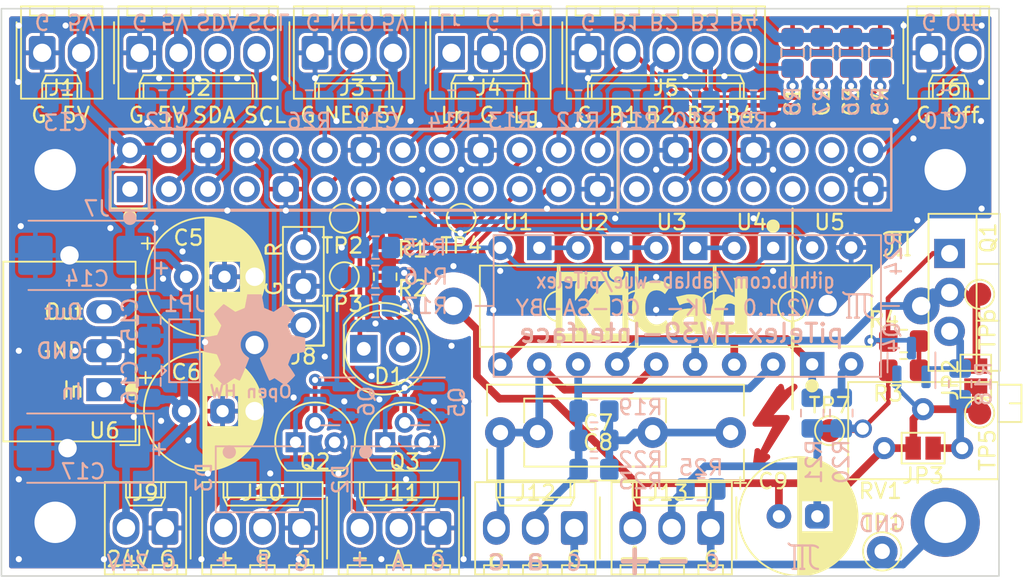
<source format=kicad_pcb>
(kicad_pcb (version 20211014) (generator pcbnew)
  (title_block (title "piTelex TW39-Interface for RPi") (date "2023-02-07") (rev "V2.1.0 -JK-") (company "https://github.com/fablab-wue/piTelex") (comment 1 "CC-SA-BY"))
  (layers (0 "F.Cu" signal) (31 "B.Cu" signal) (34 "B.Paste" user) (35 "F.Paste" user) (36 "B.SilkS" user "B.Silkscreen") (37 "F.SilkS" user "F.Silkscreen") (38 "B.Mask" user) (39 "F.Mask" user) (44 "Edge.Cuts" user))
  (net 0 "")
  (net 1 "GNDD")
  (net 2 "TXD")
  (net 3 "RXD")
  (net 4 "+5V")
  (net 5 "BTN1")
  (net 6 "BTN2")
  (net 7 "BTN3")
  (net 8 "BTN4")
  (net 9 "I2C_SDA")
  (net 10 "I2C_SCL")
  (net 11 "DEB_TXD")
  (net 12 "DEB_RXD")
  (net 13 "NEO")
  (net 14 "LED_R")
  (net 15 "LED_G")
  (net 16 "AUX")
  (net 17 "OFF")
  (net 18 "AUX_OUT")
  (net 19 "POL")
  (net 20 "VSS")
  (net 21 "VDD")
  (net 22 "a")
  (net 23 "c")
  (net 24 "+24V")
  (net 25 "POW_OUT")
  (net 26 "/VSS2")
  (net 27 "POW")
  (net 28 "Net-(U2-Pad2)")
  (net 29 "Net-(U4-Pad2)")
  (net 30 "Net-(C3-Pad1)")
  (net 31 "VDD0")
  (net 32 "Net-(RV1-Pad3)")
  (net 33 "+3.3V")
  (net 35 "VRR")
  (net 36 "Net-(Q6-Pad1)")
  (net 37 "Net-(C1-Pad1)")
  (net 38 "Net-(C2-Pad1)")
  (net 39 "Net-(C4-Pad1)")
  (net 40 "Net-(C7-Pad1)")
  (net 41 "Net-(R2-Pad1)")
  (net 42 "Net-(J4-Pad1)")
  (net 43 "Net-(J4-Pad3)")
  (net 54 "Net-(Q4-Pad3)")
  (net 55 "Net-(Q4-Pad1)")
  (net 56 "Net-(Q3-Pad2)")
  (net 57 "Net-(R3-Pad1)")
  (net 58 "Net-(U4-Pad1)")
  (net 59 "Net-(U5-Pad2)")
  (footprint "Connector_Molex:Molex_KK-254_AE-6410-03A_1x03_P2.54mm_Vertical" (layer "F.Cu") (at 119.546 126.868 180)
    (fp_text reference "J10")
    (fp_text value "Screw_Terminal_01x03" hide)
  )
  (footprint "Connector_Molex:Molex_KK-254_AE-6410-04A_1x04_P2.54mm_Vertical" (layer "F.Cu") (at 109.005 95.88)
    (fp_text reference "J2")
    (fp_text value "Screw_Terminal_01x04" hide)
  )
  (footprint "Potentiometer_THT:Potentiometer_Bourns_3299Z_Horizontal" (layer "F.Cu") (at 157.519 121.661 180)
    (fp_text reference "RV1")
    (fp_text value "10")
  )
  (footprint "Converter_DCDC:Converter_DCDC_RECOM_R-78E-0.5_THT" (layer "F.Cu") (at 106.68 117.851 90)
    (fp_text reference "U6")
    (fp_text value "R-78C5.0-1.0")
  )
  (footprint "Capacitor_THT:C_Rect_L16.5mm_W6.0mm_P15.00mm_MKT" (layer "F.Cu") (at 147.5127 120.645 180)
    (fp_text reference "C8")
    (fp_text value "100n X2 275...305V~")
  )
  (footprint "TestPoint:TestPoint_Pad_D1.5mm" (layer "F.Cu") (at 129.96 106.675)
    (fp_text reference "TP4")
    (fp_text value "TestPoint" hide)
  )
  (footprint "Capacitor_SMD:C_0805_2012Metric_Pad1.18x1.45mm_HandSolder" (layer "F.Cu") (at 155.36 95.88 90)
    (fp_text reference "C3")
    (fp_text value "100n")
  )
  (footprint "Connector_Molex:Molex_KK-254_AE-6410-02A_1x02_P2.54mm_Vertical" (layer "F.Cu") (at 110.656 126.868 180)
    (fp_text reference "J9")
    (fp_text value "Screw_Terminal_01x02" hide)
  )
  (footprint "Capacitor_THT:CP_Radial_D7.5mm_P2.50mm" (layer "F.Cu") (at 150.661 126.106)
    (fp_text reference "C9")
    (fp_text value "33u")
  )
  (footprint "TestPoint:TestPoint_Pad_D1.5mm" (layer "F.Cu") (at 122.34 110.485)
    (fp_text reference "TP3")
    (fp_text value "TestPoint" hide)
  )
  (footprint "Connector_Molex:Molex_KK-254_AE-6410-03A_1x03_P2.54mm_Vertical" (layer "F.Cu") (at 128.436 126.868 180)
    (fp_text reference "J11")
    (fp_text value "Screw_Terminal_01x03" hide)
  )
  (footprint "TestPoint:TestPoint_Pad_D1.5mm" (layer "F.Cu") (at 163.742 111.628)
    (fp_text reference "TP6")
    (fp_text value "TestPoint" hide)
  )
  (footprint "Connector_Molex:Molex_KK-254_AE-6410-02A_1x02_P2.54mm_Vertical" (layer "F.Cu") (at 102.655 95.88)
    (fp_text reference "J1")
    (fp_text value "Screw_Terminal_01x02" hide)
  )
  (footprint "Symbol:KiCad-Logo_5mm_SilkScreen" (layer "F.Cu") (at 142.406 112.771)
    (fp_text reference "KiCAD Logo" hide)
    (fp_text value "KiCad-Logo_5mm_SilkScreen" hide)
  )
  (footprint "Capacitor_SMD:C_0805_2012Metric_Pad1.18x1.45mm_HandSolder" (layer "F.Cu") (at 153.455 95.88 90)
    (fp_text reference "C2")
    (fp_text value "100n")
  )
  (footprint "Package_DIP:DIP-4_W7.62mm" (layer "F.Cu") (at 150.285 108.5977 -90)
    (fp_text reference "U4")
    (fp_text value "TLP627")
  )
  (footprint "MountingHole:MountingHole_2.7mm_M2.5_ISO7380_Pad" (layer "F.Cu") (at 103.5 126.5)
    (fp_text reference "H3" hide)
    (fp_text value "MountingHole_Pad" hide)
  )
  (footprint "TestPoint:TestPoint_Pad_D1.5mm" (layer "F.Cu") (at 122.34 106.675)
    (fp_text reference "TP2")
    (fp_text value "TestPoint" hide)
  )
  (footprint "Resistor_SMD:R_0805_2012Metric_Pad1.20x1.40mm_HandSolder" (layer "F.Cu") (at 126.785 107.31)
    (fp_text reference "R1")
    (fp_text value "3k3")
  )
  (footprint "Connector_Molex:Molex_KK-254_AE-6410-03A_1x03_P2.54mm_Vertical" (layer "F.Cu") (at 120.435 95.88)
    (fp_text reference "J3")
    (fp_text value "Screw_Terminal_01x03" hide)
  )
  (footprint "Connector_Molex:Molex_KK-254_AE-6410-03A_1x03_P2.54mm_Vertical" (layer "F.Cu") (at 146.216 126.868 180)
    (fp_text reference "J13")
    (fp_text value "Screw_Terminal_01x03" hide)
  )
  (footprint "Connector_Pin:Pin_D1.0mm_L10.0mm" (layer "F.Cu") (at 157.392 128.392)
    (fp_text reference "TP1")
    (fp_text value "TestPoint" hide)
  )
  (footprint "Capacitor_THT:CP_Radial_D7.5mm_P2.50mm" (layer "F.Cu") (at 112.034606 110.485)
    (fp_text reference "C5")
    (fp_text value "100u 6.3V")
  )
  (footprint "Connector_Molex:Molex_KK-254_AE-6410-03A_1x03_P2.54mm_Vertical" (layer "F.Cu") (at 129.325 95.88)
    (fp_text reference "J4")
    (fp_text value "Screw_Terminal_01x03" hide)
  )
  (footprint "Connector_Molex:Molex_KK-254_AE-6410-05A_1x05_P2.54mm_Vertical" (layer "F.Cu") (at 138.215 95.88)
    (fp_text reference "J5")
    (fp_text value "Screw_Terminal_01x05" hide)
  )
  (footprint "Capacitor_THT:C_Rect_L9.0mm_W4.2mm_P7.50mm_MKT" (layer "F.Cu") (at 142.4327 120.645 180)
    (fp_text reference "C7")
    (fp_text value "*")
  )
  (footprint "Connector_Molex:Molex_KK-254_AE-6410-02A_1x02_P2.54mm_Vertical" (layer "F.Cu") (at 160.44 95.88)
    (fp_text reference "J6")
    (fp_text value "Screw_Terminal_01x02" hide)
  )
  (footprint "Package_TO_SOT_THT:TO-92" (layer "F.Cu") (at 125.007 121.28)
    (fp_text reference "Q3")
    (fp_text value "*BC338")
  )
  (footprint "MountingHole:MountingHole_2.7mm_M2.5_ISO7380_Pad" (layer "F.Cu") (at 161.5 103.5)
    (fp_text reference "H2" hide)
    (fp_text value "MountingHole_Pad" hide)
  )
  (footprint "Resistor_SMD:R_0805_2012Metric_Pad1.20x1.40mm_HandSolder" (layer "F.Cu") (at 158.789 116.581)
    (fp_text reference "R4")
    (fp_text value "10k")
  )
  (footprint "MountingHole:MountingHole_2.7mm_M2.5_ISO7380_Pad" (layer "F.Cu") (at 161.5 126.5)
    (fp_text reference "H4" hide)
    (fp_text value "MountingHole_Pad" hide)
  )
  (footprint "Connector_PinHeader_2.54mm:PinHeader_1x03_P2.54mm_Vertical" (layer "F.Cu") (at 119.673 113.645 180)
    (fp_text reference "J8")
    (fp_text value "Conn_01x03_Male" hide)
  )
  (footprint "Package_DIP:DIP-4_W7.62mm" (layer "F.Cu") (at 152.8277 116.195 90)
    (fp_text reference "U5")
    (fp_text value "PC817")
  )
  (footprint "TestPoint:TestPoint_Pad_D1.5mm" (layer "F.Cu") (at 163.742 119.375)
    (fp_text reference "TP5")
    (fp_text value "TestPoint" hide)
  )
  (footprint "Resistor_SMD:R_0805_2012Metric_Pad1.20x1.40mm_HandSolder" (layer "F.Cu") (at 125.007 110.485 90)
    (fp_text reference "R2")
    (fp_text value "3k3")
  )
  (footprint "MountingHole:MountingHole_2.7mm_M2.5_ISO7380_Pad" (layer "F.Cu") (at 103.5 103.5)
    (fp_text reference "H1" hide)
    (fp_text value "MountingHole_Pad" hide)
  )
  (footprint "Jumper:SolderJumper-2_P1.3mm_Open_Pad1.0x1.5mm" (layer "F.Cu") (at 160.059 121.661 180)
    (fp_text reference "JP3")
    (fp_text value "SolderJumper_2_Open" hide)
  )
  (footprint "Resistor_SMD:R_0805_2012Metric_Pad1.20x1.40mm_HandSolder" (layer "F.Cu") (at 158.789 114.676 180)
    (fp_text reference "R3")
    (fp_text value "10k")
  )
  (footprint "LED_THT:LED_D5.0mm" (layer "F.Cu") (at 123.61 115.184)
    (fp_text reference "D1")
    (fp_text value "LED")
  )
  (footprint "Package_TO_SOT_THT:TO-92" (layer "F.Cu") (at 119.165 121.28)
    (fp_text reference "Q2")
    (fp_text value "*BC338")
  )
  (footprint "Connector_Molex:Molex_KK-254_AE-6410-03A_1x03_P2.54mm_Vertical" (layer "F.Cu") (at 137.326 126.868 180)
    (fp_text reference "J12")
    (fp_text value "Screw_Terminal_01x03" hide)
  )
  (footprint "Capacitor_SMD:C_0805_2012Metric_Pad1.18x1.45mm_HandSolder" (layer "F.Cu") (at 151.55 95.88 90)
    (fp_text reference "C1")
    (fp_text value "100n")
  )
  (footprint "Capacitor_THT:CP_Radial_D7.5mm_P2.50mm" (layer "F.Cu") (at 111.907606 119.248)
    (fp_text reference "C6")
    (fp_text value "33u 35V")
  )
  (footprint "Symbol:Symbol_Highvoltage_Type1_CopperTop_Small" (layer "F.Cu") (at 149.518 120.8355)
    (fp_text reference "KiCAD Logo" hide)
    (fp_text value "Symbol_Highvoltage_Type1_CopperTop_Small" hide)
  )
  (footprint "Package_DIP:DIP-4_W7.62mm" (layer "F.Cu") (at 140.12 108.5877 -90)
    (fp_text reference "U2")
    (fp_text value "TLP627")
  )
  (footprint "Package_DIP:DIP-4_W7.62mm" (layer "F.Cu") (at 145.205 108.5977 -90)
    (fp_text reference "U3")
    (fp_text value "TLP627")
  )
  (footprint "Package_TO_SOT_THT:TO-220-3_Vertical" (layer "F.Cu") (at 161.781 108.961 -90)
    (fp_text reference "Q1")
    (fp_text value "TIP42C")
  )
  (footprint "TestPoint:TestPoint_Pad_D1.5mm" (layer "F.Cu") (at 153.963 120.518)
    (fp_text reference "TP7")
    (fp_text value "TestPoint" hide)
  )
  (footprint "Package_DIP:DIP-4_W7.62mm" (layer "F.Cu") (at 135.045 108.5977 -90)
    (fp_text reference "U1")
    (fp_text value "TLP627")
  )
  (footprint "Jumper:SolderJumper-2_P1.3mm_Open_Pad1.0x1.5mm" (layer "F.Cu") (at 163.488 116.962 -90)
    (fp_text reference "JP2")
    (fp_text value "SolderJumper_2_Open" hide)
  )
  (footprint "Capacitor_SMD:C_0805_2012Metric_Pad1.18x1.45mm_HandSolder" (layer "F.Cu") (at 157.265 95.88 90)
    (fp_text reference "C4")
    (fp_text value "100n")
  )
  (footprint "Resistor_SMD:R_0805_2012Metric_Pad1.20x1.40mm_HandSolder" (layer "B.Cu") (at 155.36 95.88 90)
    (fp_text reference "R6")
    (fp_text value "1k")
  )
  (footprint "Diode_SMD:D_SMB" (layer "B.Cu") (at 117.514 123.693)
    (fp_text reference "D3")
    (fp_text value "1N4007")
  )
  (footprint "Resistor_SMD:R_0805_2012Metric_Pad1.20x1.40mm_HandSolder" (layer "B.Cu") (at 124.372 108.58)
    (fp_text reference "R15")
    (fp_text value "100")
  )
  (footprint "Resistor_SMD:R_0805_2012Metric_Pad1.20x1.40mm_HandSolder" (layer "B.Cu") (at 133.135 99.055 180)
    (fp_text reference "R13")
    (fp_text value "330")
  )
  (footprint "Capacitor_SMD:C_0805_2012Metric_Pad1.18x1.45mm_HandSolder" (layer "B.Cu") (at 109.64 113.3005 -90)
    (fp_text reference "C15")
    (fp_text value "100n")
  )
  (footprint "Capacitor_SMD:C_0805_2012Metric_Pad1.18x1.45mm_HandSolder" (layer "B.Cu") (at 124.499 99.055 180)
    (fp_text reference "C11")
    (fp_text value "100n")
  )
  (footprint "Resistor_SMD:R_0805_2012Metric_Pad1.20x1.40mm_HandSolder" (layer "B.Cu") (at 145.581 124.328 180)
    (fp_text reference "R25")
    (fp_text value "*100")
  )
  (footprint "Resistor_SMD:R_0805_2012Metric_Pad1.20x1.40mm_HandSolder" (layer "B.Cu") (at 151.55 95.88 90)
    (fp_text reference "R8")
    (fp_text value "1k")
  )
  (footprint "Resistor_SMD:R_0805_2012Metric_Pad1.20x1.40mm_HandSolder" (layer "B.Cu") (at 120.054 99.055)
    (fp_text reference "R26")
    (fp_text value "3k3")
  )
  (footprint "Resistor_SMD:R_0805_2012Metric_Pad1.20x1.40mm_HandSolder" (layer "B.Cu") (at 138.6087 121.153 180)
    (fp_text reference "R22")
    (fp_text value "330")
  )
  (footprint "Capacitor_Tantalum_SMD:CP_EIA-7343-31_Kemet-D_Pad2.25x2.55mm_HandSolder" (layer "B.Cu") (at 105.322 121.661 180)
    (fp_text reference "C17")
    (fp_text value "33u 35V")
  )
  (footprint "Capacitor_SMD:C_0805_2012Metric_Pad1.18x1.45mm_HandSolder" (layer "B.Cu") (at 104.179 99.055 180)
    (fp_text reference "C13")
    (fp_text value "100n")
  )
  (footprint "Package_TO_SOT_SMD:SOT-23" (layer "B.Cu") (at 127.2145 118.613 180)
    (fp_text reference "Q5")
    (fp_text value "BC817")
  )
  (footprint "Resistor_SMD:R_0805_2012Metric_Pad1.20x1.40mm_HandSolder" (layer "B.Cu") (at 157.265 95.88 90)
    (fp_text reference "R5")
    (fp_text value "1k")
  )
  (footprint "Capacitor_SMD:C_0805_2012Metric_Pad1.18x1.45mm_HandSolder" (layer "B.Cu") (at 109.64 117.343 90)
    (fp_text reference "C16")
    (fp_text value "100n")
  )
  (footprint "Package_TO_SOT_SMD:SOT-23" (layer "B.Cu") (at 121.3725 118.613 180)
    (fp_text reference "Q6")
    (fp_text value "BC817")
  )
  (footprint "Resistor_SMD:R_0805_2012Metric_Pad1.20x1.40mm_HandSolder" (layer "B.Cu") (at 162.472 117.47 -90)
    (fp_text reference "R18")
    (fp_text value "10")
  )
  (footprint "Resistor_SMD:R_0805_2012Metric_Pad1.20x1.40mm_HandSolder" (layer "B.Cu") (at 154.725 119.375 -90)
    (fp_text reference "R20")
    (fp_text value "68R")
  )
  (footprint "Capacitor_SMD:C_0805_2012Metric_Pad1.18x1.45mm_HandSolder" (layer "B.Cu") (at 110.529 99.055 180)
    (fp_text reference "C12")
    (fp_text value "100n")
  )
  (footprint "Connector_PinSocket_2.54mm:PinSocket_2x20_P2.54mm_Vertical" (layer "B.Cu") (at 108.37 104.77 -90)
    (fp_text reference "J7")
    (fp_text value "Raspberry_Pi_2_3")
  )
  (footprint "Jumper:SolderJumper-3_P1.3mm_Open_Pad1.0x1.5mm" (layer "B.Cu") (at 111.926 115.311 90)
    (fp_text reference "JP1")
    (fp_text value "SolderJumper_3_Open" hide)
  )
  (footprint "Package_TO_SOT_SMD:SOT-23" (layer "B.Cu") (at 159.297 116.073 90)
    (fp_text reference "Q4")
    (fp_text value "BC807")
  )
  (footprint "Symbol:OSHW-Symbol_6.7x6mm_SilkScreen" (layer "B.Cu") (at 116.498 114.607948 180)
    (fp_text reference "REF**" hide)
    (fp_text value "OSHW-Symbol_6.7x6mm_SilkScreen" hide)
  )
  (footprint "Resistor_SMD:R_0805_2012Metric_Pad1.20x1.40mm_HandSolder" (layer "B.Cu") (at 124.372 110.485 180)
    (fp_text reference "R16")
    (fp_text value "3K3")
  )
  (footprint "Resistor_SMD:R_0805_2012Metric_Pad1.20x1.40mm_HandSolder" (layer "B.Cu") (at 141.39 99.055 180)
    (fp_text reference "R11")
    (fp_text value "3K3")
  )
  (footprint "Resistor_SMD:R_0805_2012Metric_Pad1.20x1.40mm_HandSolder" (layer "B.Cu") (at 124.372 112.39 180)
    (fp_text reference "R17")
    (fp_text value "3K3")
  )
  (footprint "Resistor_SMD:R_0805_2012Metric_Pad1.20x1.40mm_HandSolder" (layer "B.Cu") (at 129.325 99.055)
    (fp_text reference "R14")
    (fp_text value "330")
  )
  (footprint "Resistor_SMD:R_0805_2012Metric_Pad1.20x1.40mm_HandSolder" (layer "B.Cu") (at 137.58 99.055 180)
    (fp_text reference "R12")
    (fp_text value "3K3")
  )
  (footprint "Resistor_THT:R_Axial_Power_L25.0mm_W9.0mm_P30.48mm" (layer "B.Cu") (at 159.932 112.39 180)
    (fp_text reference "R24")
    (fp_text value "*1K 5W")
  )
  (footprint "Resistor_SMD:R_0805_2012Metric_Pad1.20x1.40mm_HandSolder" (layer "B.Cu") (at 138.6087 123.058 180)
    (fp_text reference "R23")
    (fp_text value "330")
  )
  (footprint "Resistor_SMD:R_0805_2012Metric_Pad1.20x1.40mm_HandSolder" (layer "B.Cu") (at 138.6087 119.248 180)
    (fp_text reference "R19")
    (fp_text value "330")
  )
  (footprint "Capacitor_Tantalum_SMD:CP_EIA-7343-31_Kemet-D_Pad2.25x2.55mm_HandSolder" (layer "B.Cu") (at 105.41 109.088 180)
    (fp_text reference "C14")
    (fp_text value "100u 6.3V")
  )
  (footprint "Diode_SMD:D_SMB" (layer "B.Cu") (at 126.365 123.693)
    (fp_text reference "D2")
    (fp_text value "1N4007")
  )
  (footprint "Resistor_SMD:R_0805_2012Metric_Pad1.20x1.40mm_HandSolder" (layer "B.Cu") (at 145.2 99.055 180)
    (fp_text reference "R10")
    (fp_text value "3K3")
  )
  (footprint "Resistor_SMD:R_0805_2012Metric_Pad1.20x1.40mm_HandSolder" (layer "B.Cu") (at 152.8327 119.375 -90)
    (fp_text reference "R21")
    (fp_text value "68R")
  )
  (footprint "Capacitor_SMD:C_0805_2012Metric_Pad1.18x1.45mm_HandSolder" (layer "B.Cu") (at 161.5225 99.055)
    (fp_text reference "C10")
    (fp_text value "100n")
  )
  (footprint "Resistor_SMD:R_0805_2012Metric_Pad1.20x1.40mm_HandSolder" (layer "B.Cu") (at 149.01 99.055 180)
    (fp_text reference "R9")
    (fp_text value "3K3")
  )
  (footprint "Resistor_SMD:R_0805_2012Metric_Pad1.20x1.40mm_HandSolder" (layer "B.Cu") (at 153.455 95.88 90)
    (fp_text reference "R7")
    (fp_text value "1k")
  )
  (gr_line (start 152.058 129.535) (end 152.312 129.535) (layer "B.SilkS") (width 0.15))
  (gr_line (start 151.55 128.011) (end 152.82 128.011) (layer "B.SilkS") (width 0.15))
  (gr_circle (center 114.847 121.915) (end 114.48779 121.915) (layer "B.SilkS") (width 0.15) (fill solid))
  (gr_line (start 140.208 100.838) (end 140.208 106.045) (layer "B.SilkS") (width 0.15))
  (gr_line (start 155.614 113.152) (end 155.868 113.152) (layer "B.SilkS") (width 0.15))
  (gr_rect (start 107.061 100.838) (end 157.988 106.172) (layer "B.SilkS") (width 0.15) (fill none))
  (gr_line (start 155.106 111.628) (end 156.376 111.628) (layer "B.SilkS") (width 0.15))
  (gr_arc (start 152.82 128.011) (mid 153.021338 128.041985) (end 153.201 128.138) (layer "B.SilkS") (width 0.15))
  (gr_circle (center 123.737 121.915) (end 123.37779 121.915) (layer "B.SilkS") (width 0.15) (fill solid))
  (gr_arc (start 155.106 111.628) (mid 154.96346 111.595579) (end 154.852 111.501) (layer "B.SilkS") (width 0.15))
  (gr_arc (start 156.376 111.628) (mid 156.577338 111.658985) (end 156.757 111.755) (layer "B.SilkS") (width 0.15))
  (gr_arc (start 151.55 128.011) (mid 151.40746 127.978579) (end 151.296 127.884) (layer "B.SilkS") (width 0.15))
  (gr_line (start 155.106 113.152) (end 155.36 113.152) (layer "B.SilkS") (width 0.15))
  (gr_line (start 107.061 103.505) (end 109.601 103.505) (layer "B.SilkS") (width 0.15))
  (gr_arc (start 153.201 129.535) (mid 152.84179 129.38621) (end 152.693 129.027) (layer "B.SilkS") (width 0.15))
  (gr_line (start 152.693 128.011) (end 152.693 129.027) (layer "B.SilkS") (width 0.15))
  (gr_line (start 151.55 129.535) (end 151.804 129.535) (layer "B.SilkS") (width 0.15))
  (gr_line (start 140.208 100.838) (end 140.208 106.045) (layer "B.SilkS") (width 0.15))
  (gr_arc (start 156.757 113.152) (mid 156.39779 113.00321) (end 156.249 112.644) (layer "B.SilkS") (width 0.15))
  (gr_line (start 156.249 111.628) (end 156.249 112.644) (layer "B.SilkS") (width 0.15))
  (gr_line (start 152.185 129.535) (end 152.185 128.011) (layer "B.SilkS") (width 0.15))
  (gr_line (start 151.677 129.535) (end 151.677 128.011) (layer "B.SilkS") (width 0.15))
  (gr_circle (center 108.37 106.675) (end 108.01079 106.675) (layer "B.SilkS") (width 0.15) (fill solid))
  (gr_line (start 155.233 113.152) (end 155.233 111.628) (layer "B.SilkS") (width 0.15))
  (gr_line (start 109.601 103.505) (end 109.601 106.172) (layer "B.SilkS") (width 0.15))
  (gr_line (start 155.741 113.152) (end 155.741 111.628) (layer "B.SilkS") (width 0.15))
  (gr_line (start 157.9 107.564) (end 159.17 107.564) (layer "F.SilkS") (width 0.15))
  (gr_circle (center 108.497 117.851) (end 108.85621 117.851) (layer "F.SilkS") (width 0.15) (fill solid))
  (gr_arc (start 157.519 107.691) (mid 157.698662 107.594985) (end 157.9 107.564) (layer "F.SilkS") (width 0.15))
  (gr_line (start 140.1572 100.7364) (end 140.1572 106.2736) (layer "F.SilkS") (width 0.15))
  (gr_line (start 158.408 109.088) (end 158.662 109.088) (layer "F.SilkS") (width 0.15))
  (gr_line (start 159.043 107.564) (end 159.043 109.088) (layer "F.SilkS") (width 0.15))
  (gr_line (start 158.027 108.58) (end 158.027 107.564) (layer "F.SilkS") (width 0.15))
  (gr_rect (start 107.1 103.5) (end 109.64 106.04) (layer "F.SilkS") (width 0.15) (fill none))
  (gr_rect (start 118.343 112.375) (end 121.003 114.975) (layer "F.SilkS") (width 0.15) (fill none))
  (gr_line (start 158.916 109.088) (end 159.17 109.088) (layer "F.SilkS") (width 0.15))
  (gr_circle (center 152.82 117.597) (end 153.17921 117.597) (layer "F.SilkS") (width 0.15) (fill solid))
  (gr_line (start 158.535 107.564) (end 158.535 109.088) (layer "F.SilkS") (width 0.15))
  (gr_circle (center 150.28 107.183) (end 150.63921 107.183) (layer "F.SilkS") (width 0.15) (fill solid))
  (gr_line (start 151.55 106.04) (end 151.55 119.121) (layer "F.SilkS") (width 0.15))
  (gr_arc (start 158.027 108.58) (mid 157.87821 108.93921) (end 157.519 109.088) (layer "F.SilkS") (width 0.15))
  (gr_arc (start 159.424 107.437) (mid 159.31254 107.531579) (end 159.17 107.564) (layer "F.SilkS") (width 0.15))
  (gr_circle (center 108.37 106.548) (end 108.72921 106.548) (layer "F.SilkS") (width 0.15) (fill solid))
  (gr_rect locked (start 100 93) (end 165 130) (layer "Edge.Cuts") (width 0.1) (fill none))
  (gr_text "G" (at 146.343 129.154) (layer "B.SilkS") (effects (font (size 1 1)) (justify mirror)))
  (gr_text "+" (at 114.466 128.9) (layer "B.SilkS") (effects (font (size 1 1)) (justify mirror)))
  (gr_text "G" (at 120.308 93.848 180) (layer "B.SilkS") (effects (font (size 1 1)) (justify mirror)))
  (gr_text "P" (at 117.006 129.154) (layer "B.SilkS") (effects (font (size 1 1)) (justify mirror)))
  (gr_text "G" (at 160.44 93.848 180) (layer "B.SilkS") (effects (font (size 1 1)) (justify mirror)))
  (gr_text "SDA" (at 114.085 93.848 180) (layer "B.SilkS") (effects (font (size 1 1)) (justify mirror)))
  (gr_text "GND" (at 103.798 115.311) (layer "B.SilkS") (effects (font (size 1 1)) (justify mirror)))
  (gr_text "G" (at 110.91 129.154) (layer "B.SilkS") (effects (font (size 1 1)) (justify mirror)))
  (gr_text "G" (at 102.655 93.848 180) (layer "B.SilkS") (effects (font (size 1 1)) (justify mirror)))
  (gr_text "github.com/fablab-wue/piTelex" (at 144.565 110.739) (layer "B.SilkS") (effects (font (size 1 0.8)) (justify mirror)))
  (gr_text "GND" (at 157.392 126.614) (layer "B.SilkS") (effects (font (size 1 1)) (justify mirror)))
  (gr_text "Open HW" (at 116.244 117.978) (layer "B.SilkS") (effects (font (size 0.8 0.8)) (justify mirror)))
  (gr_text "a" (at 134.786 128.9) (layer "B.SilkS") (effects (font (size 1.4 1.4) (thickness 0.2)) (justify mirror)))
  (gr_text "In" (at 104.56 117.978) (layer "B.SilkS") (effects (font (size 1 1)) (justify mirror)))
  (gr_text "5V" (at 125.642 93.848 180) (layer "B.SilkS") (effects (font (size 1 1)) (justify mirror)))
  (gr_text "G" (at 119.546 129.154) (layer "B.SilkS") (effects (font (size 1 1)) (justify mirror)))
  (gr_text "NEO" (at 122.848 93.848 180) (layer "B.SilkS") (effects (font (size 1 1)) (justify mirror)))
  (gr_text "c" (at 132.246 128.9) (layer "B.SilkS") (effects (font (size 1.4 1.4) (thickness 0.2)) (justify mirror)))
  (gr_text "piTelex TW39-Interface" (at 144.311 114.168) (layer "B.SilkS") (effects (font (size 1.2 1.2) (thickness 0.2)) (justify mirror)))
  (gr_text "G" (at 137.326 129.154) (layer "B.SilkS") (effects (font (size 1 1)) (justify mirror)))
  (gr_text "B3" (at 145.835 93.848 180) (layer "B.SilkS") (effects (font (size 1 1)) (justify mirror)))
  (gr_text "Lg" (at 134.532 93.848 180) (layer "B.SilkS") (effects (font (size 1 1)) (justify mirror)))
  (gr_text "+" (at 123.356 128.9) (layer "B.SilkS") (effects (font (size 1 1)) (justify mirror)))
  (gr_text "Off" (at 162.599 93.848 180) (layer "B.SilkS") (effects (font (size 1 1)) (justify mirror)))
  (gr_text "G" (at 138.215 93.848 180) (layer "B.SilkS") (effects (font (size 1 1)) (justify mirror)))
  (gr_text "A" (at 125.857 129.154) (layer "B.SilkS") (effects (font (size 1 1)) (justify mirror)))
  (gr_text "B4" (at 148.375 93.848 180) (layer "B.SilkS") (effects (font (size 1 1)) (justify mirror)))
  (gr_text "-" (at 143.803 128.9) (layer "B.SilkS") (effects (font (size 2 2) (thickness 0.3)) (justify mirror)))
  (gr_text "+" (at 141.263 128.9) (layer "B.SilkS") (effects (font (size 2 2) (thickness 0.3)) (justify mirror)))
  (gr_text "5V" (at 111.291 93.848 180) (layer "B.SilkS") (effects (font (size 1 1)) (justify mirror)))
  (gr_text "CC-SA-BY" (at 137.58 112.517) (layer "B.SilkS") (effects (font (size 1 1)) (justify mirror)))
  (gr_text "G" (at 128.436 129.154) (layer "B.SilkS") (effects (font (size 1 1)) (justify mirror)))
  (gr_text "V2.1.0 -JK-" (at 148.121 112.517) (layer "B.SilkS") (effects (font (size 1 1)) (justify mirror)))
  (gr_text "B2" (at 143.168 93.848 180) (layer "B.SilkS") (effects (font (size 1 1)) (justify mirror)))
  (gr_text "G" (at 131.992 93.848 180) (layer "B.SilkS") (effects (font (size 1 1)) (justify mirror)))
  (gr_text "SCL" (at 117.387 93.848 180) (layer "B.SilkS") (effects (font (size 1 1)) (justify mirror)))
  (gr_text "Lr" (at 129.198 93.848 180) (layer "B.SilkS") (effects (font (size 1 1)) (justify mirror)))
  (gr_text "+" (at 110.402 109.85) (layer "B.SilkS") (effects (font (size 1 1)) (justify mirror)))
  (gr_text "B1" (at 140.755 93.848 180) (layer "B.SilkS") (effects (font (size 1 1)) (justify mirror)))
  (gr_text "Out" (at 104.052 112.771) (layer "B.SilkS") (effects (font (size 1 1)) (justify mirror)))
  (gr_text "G" (at 109.005 93.848 180) (layer "B.SilkS") (effects (font (size 1 1)) (justify mirror)))
  (gr_text "+" (at 110.275 121.661) (layer "B.SilkS") (effects (font (size 1 1)) (justify mirror)))
  (gr_text "5V" (at 105.195 93.848 180) (layer "B.SilkS") (effects (font (size 1 1)) (justify mirror)))
  (gr_text "24V" (at 108.243 129.154) (layer "B.SilkS") (effects (font (size 1 1)) (justify mirror)))
  (gr_text "R" (at 117.768 108.707 90) (layer "F.SilkS") (effects (font (size 1 1))))
  (gr_text "SCL" (at 117.172762 99.944) (layer "F.SilkS") (effects (font (size 1 1))))
  (gr_text "T" (at 117.768 113.787 90) (layer "F.SilkS") (effects (font (size 1 1))))
  (gr_text "5V" (at 111.076762 99.944) (layer "F.SilkS") (effects (font (size 1 1))))
  (gr_text "Lg" (at 134.190762 99.944) (layer "F.SilkS") (effects (font (size 1 1))))
  (gr_text "-" (at 143.803 128.773) (layer "F.SilkS") (effects (font (size 2 2) (thickness 0.3))))
  (gr_text "Out" (at 104.052 112.771) (layer "F.SilkS") (effects (font (size 1 1))))
  (gr_text "P" (at 117.133 128.9) (layer "F.SilkS") (effects (font (size 1 1))))
  (gr_text "Lr" (at 129.325 99.944) (layer "F.SilkS") (effects (font (size 1 1))))
  (gr_text "G" (at 117.768 111.247 90) (layer "F.SilkS") (effects (font (size 1 1))))
  (gr_text "G" (at 119.673 128.9) (layer "F.SilkS") (effects (font (size 1 1))))
  (gr_text "G" (at 146.271618 128.9) (layer "F.SilkS") (effects (font (size 1 1))))
  (gr_text "In" (at 104.687 117.851) (layer "F.SilkS") (effects (font (size 1 1))))
  (gr_text "G" (at 131.650762 99.944) (layer "F.SilkS") (effects (font (size 1 1))))
  (gr_text "NEO" (at 122.506762 99.944) (layer "F.SilkS") (effects (font (size 1 1))))
  (gr_text "24V" (at 108.243 128.9) (layer "F.SilkS") (effects (font (size 1 1))))
  (gr_text "SDA" (at 113.870762 99.944) (layer "F.SilkS") (effects (font (size 1 1))))
  (gr_text "5V" (at 104.853762 99.944) (layer "F.SilkS") (effects (font (size 1 1))))
  (gr_text "B4" (at 148.160762 99.944) (layer "F.SilkS") (effects (font (size 1 1))))
  (gr_text "B2" (at 142.953762 99.944) (layer "F.SilkS") (effects (font (size 1 1))))
  (gr_text "+" (at 114.593 128.773) (layer "F.SilkS") (effects (font (size 1 1))))
  (gr_text "A" (at 125.857 128.9) (layer "F.SilkS") (effects (font (size 1 1))))
  (gr_text "GND" (at 103.798 115.311) (layer "F.SilkS") (effects (font (size 1 1))))
  (gr_text "+" (at 141.263 128.773) (layer "F.SilkS") (effects (font (size 2 2) (thickness 0.3))))
  (gr_text "c" (at 132.246 128.9) (layer "F.SilkS") (effects (font (size 1.4 1.4) (thickness 0.2))))
  (gr_text "Off" (at 162.638762 99.944) (layer "F.SilkS") (effects (font (size 1 1))))
  (gr_text "G" (at 137.326 128.9) (layer "F.SilkS") (effects (font (size 1 1))))
  (gr_text "a" (at 134.786 128.9) (layer "F.SilkS") (effects (font (size 1.4 1.4) (thickness 0.2))))
  (gr_text "+" (at 123.356 128.773) (layer "F.SilkS") (effects (font (size 1 1))))
  (gr_text "G" (at 102.440762 99.944) (layer "F.SilkS") (effects (font (size 1 1))))
  (gr_text "5V" (at 125.300762 99.944) (layer "F.SilkS") (effects (font (size 1 1))))
  (gr_text "G" (at 138.000762 99.944) (layer "F.SilkS") (effects (font (size 1 1))))
  (gr_text "B3" (at 145.620762 99.944) (layer "F.SilkS") (effects (font (size 1 1))))
  (gr_text "G" (at 108.790762 99.944) (layer "F.SilkS") (effects (font (size 1 1))))
  (gr_text "B1" (at 140.540762 99.944) (layer "F.SilkS") (effects (font (size 1 1))))
  (gr_text "G" (at 160.098762 99.944) (layer "F.SilkS") (effects (font (size 1 1))))
  (gr_text "G" (at 128.436 128.9) (layer "F.SilkS") (effects (font (size 1 1))))
  (gr_text "G" (at 110.783 128.9) (layer "F.SilkS") (effects (font (size 1 1))))
  (gr_text "G" (at 119.966762 99.944) (layer "F.SilkS") (effects (font (size 1 1))))
  (via (at 142.659412 110.4972) (size 0.8) (drill 0.4) (layers "F.Cu" "B.Cu") (net 1))
  (via (at 108.624 111.12) (size 0.8) (drill 0.4) (layers "F.Cu" "B.Cu") (net 1))
  (via (at 113.03 128.905) (size 0.8) (drill 0.4) (layers "F.Cu" "B.Cu") (net 1))
  (via (at 150.28 110.104) (size 0.8) (drill 0.4) (layers "F.Cu" "B.Cu") (net 1))
  (via (at 121.832 100.325) (size 0.8) (drill 0.4) (layers "F.Cu" "B.Cu") (net 1))
  (via (at 108.624 119.629) (size 0.8) (drill 0.4) (layers "F.Cu" "B.Cu") (net 1))
  (via (at 124.118 116.962) (size 0.8) (drill 0.4) (layers "F.Cu" "B.Cu") (net 1))
  (via (at 113.265435 114.747402) (size 0.8) (drill 0.4) (layers "F.Cu" "B.Cu") (net 1))
  (via (at 112.18 121.153) (size 0.8) (drill 0.4) (layers "F.Cu" "B.Cu") (net 1))
  (via (at 122.34 118.613) (size 0.8) (drill 0.4) (layers "F.Cu" "B.Cu") (net 1))
  (via (at 163.869 94.102) (size 0.8) (drill 0.4) (layers "F.Cu" "B.Cu") (net 1))
  (via (at 124.753 128.9) (size 0.8) (drill 0.4) (layers "F.Cu" "B.Cu") (net 1))
  (via (at 104.433 109.088) (size 1.6) (drill 1.2) (layers "F.Cu" "B.Cu") (net 1))
  (via (at 130.595 97.531) (size 0.8) (drill 0.4) (layers "F.Cu" "B.Cu") (net 1))
  (via (at 163.83 97.785) (size 0.8) (drill 0.4) (layers "F.Cu" "B.Cu") (net 1))
  (via (at 132.5 110.104) (size 0.8) (drill 0.4) (layers "F.Cu" "B.Cu") (net 1))
  (via (at 130.214 118.613) (size 0.8) (drill 0.4) (layers "F.Cu" "B.Cu") (net 1))
  (via (at 104.179 94.102) (size 0.8) (drill 0.4) (layers "F.Cu" "B.Cu") (net 1))
  (via (at 127.42 103.5) (size 0.8) (drill 0.4) (layers "F.Cu" "B.Cu") (net 1))
  (via (at 110.402 119.883) (size 0.8) (drill 0.4) (layers "F.Cu" "B.Cu") (net 1))
  (via (at 107.1 107.31) (size 0.8) (drill 0.4) (layers "F.Cu" "B.Cu") (net 1))
  (via (at 126.658 100.325) (size 0.8) (drill 0.4) (layers "F.Cu" "B.Cu") (net 1))
  (via (at 150.28 103.5) (size 0.8) (drill 0.4) (layers "F.Cu" "B.Cu") (net 1))
  (via (at 124.88 106.167) (size 0.8) (drill 0.4) (layers "F.Cu" "B.Cu") (net 1))
  (via (at 124.372 113.533) (size 0.8) (drill 0.4) (layers "F.Cu" "B.Cu") (net 1))
  (via (at 116.498 119.248) (size 1.6) (drill 1.2) (layers "F.Cu" "B.Cu") (net 1))
  (via (at 118.53 106.167) (size 0.8) (drill 0.4) (layers "F.Cu" "B.Cu") (net 1))
  (via (at 114.72 106.167) (size 0.8) (drill 0.4) (layers "F.Cu" "B.Cu") (net 1))
  (via (at 121.07 115.692) (size 0.8) (drill 0.4) (layers "F.Cu" "B.Cu") (net 1))
  (via (at 147.105 97.404) (size 0.8) (drill 0.4) (layers "F.Cu" "B.Cu") (net 1))
  (via (at 140.628 100.579) (size 0.8) (drill 0.4) (layers "F.Cu" "B.Cu") (net 1))
  (via (at 146.47 100.579) (size 0.8) (drill 0.4) (layers "F.Cu" "B.Cu") (net 1))
  (via (at 108.497 115.311) (size 0.8) (drill 0.4) (layers "F.Cu" "B.Cu") (net 1))
  (via (at 110.529 110.612) (size 0.8) (drill 0.4) (layers "F.Cu" "B.Cu") (net 1))
  (via (at 110.021 107.31) (size 0.8) (drill 0.4) (layers "F.Cu" "B.Cu") (net 1))
  (via (at 122.1725 108.58) (size 0.8) (drill 0.4) (layers "F.Cu" "B.Cu") (net 1))
  (via (at 101.131 94.102) (size 0.8) (drill 0.4) (layers "F.Cu" "B.Cu") (net 1))
  (via (at 163.83 100.33) (size 0.8) (drill 0.4) (layers "F.Cu" "B.Cu") (net 1))
  (via (at 101.131 123.693) (size 0.8) (drill 0.4) (layers "F.Cu" "B.Cu") (net 1))
  (via (at 101.131 115.311) (size 0.8) (drill 0.4) (layers "F.Cu" "B.Cu") (net 1))
  (via (at 163.869 106.04) (size 0.8) (drill 0.4) (layers "F.Cu" "B.Cu") (net 1))
  (via (at 101.258 107.183) (size 0.8) (drill 0.4) (layers "F.Cu" "B.Cu") (net 1))
  (via (at 155.36 103.5) (size 0.8) (drill 0.4) (layers "F.Cu" "B.Cu") (net 1))
  (via (at 128.182 118.613) (size 0.8) (drill 0.4) (layers "F.Cu" "B.Cu") (net 1))
  (via (at 116.498 114.93) (size 1.6) (drill 1.2) (layers "F.Cu" "B.Cu") (net 1))
  (via (at 142.66 112.644) (size 0.8) (drill 0.4) (layers "F.Cu" "B.Cu") (net 1))
  (via (at 159.678 106.802) (size 0.8) (drill 0.4) (layers "F.Cu" "B.Cu") (net 1))
  (via (at 119.038 118.359) (size 0.8) (drill 0.4) (layers "F.Cu" "B.Cu") (net 1))
  (via (at 142.66 103.5) (size 0.8) (drill 0.4) (layers "F.Cu" "B.Cu") (net 1))
  (via (at 126.957665 113.121916) (size 0.8) (drill 0.4) (layers "F.Cu" "B.Cu") (net 1))
  (via (at 149.01 106.675) (size 0.8) (drill 0.4) (layers "F.Cu" "B.Cu") (net 1))
  (via (at 139.993 106.675) (size 0.8) (drill 0.4) (layers "F.Cu" "B.Cu") (net 1))
  (via (at 120.435 97.531) (size 0.8) (drill 0.4) (layers "F.Cu" "B.Cu") (net 1))
  (via (at 132.047047 112.652301) (size 0.8) (drill 0.4) (layers "F.Cu" "B.Cu") (net 1))
  (via (at 159.424 101.468) (size 0.8) (drill 0.4) (layers "F.Cu" "B.Cu") (net 1))
  (via (at 112.815 97.531) (size 0.8) (drill 0.4) (layers "F.Cu" "B.Cu") (net 1))
  (via (at 119.38 128.905) (size 0.8) (drill 0.4) (layers "F.Cu" "B.Cu") (net 1))
  (via (at 117.26 100.452) (size 0.8) (drill 0.4) (layers "F.Cu" "B.Cu") (net 1))
  (via (at 153.836 112.263) (size 1.6) (drill 1.2) (layers "F.Cu" "B.Cu") (net 1))
  (via (at 158.789 94.102) (size 0.8) (drill 0.4) (layers "F.Cu" "B.Cu") (net 1))
  (via (at 104.306 121.661) (size 1.6) (drill 1.2) (layers "F.Cu" "B.Cu") (net 1))
  (via (at 135.04 100.579) (size 0.8) (drill 0.4) (layers "F.Cu" "B.Cu") (net 1))
  (via (at 113.45 123.312) (size 0.8) (drill 0.4) (layers "F.Cu" "B.Cu") (net 1))
  (via (at 117.514 123.312) (size 0.8) (drill 0.4) (layers "F.Cu" "B.Cu") (net 1))
  (via (at 129.3265 114.989503) (size 0.8) (drill 0.4) (layers "F.Cu" "B.Cu") (net 1))
  (via (at 126.365 123.693) (size 0.8) (drill 0.4) (layers "F.Cu" "B.Cu") (net 1))
  (via (at 129.96 103.5) (size 0.8) (drill 0.4) (layers "F.Cu" "B.Cu") (net 1))
  (via (at 115.355 97.531) (size 0.8) (drill 0.4) (layers "F.Cu" "B.Cu") (net 1))
  (via (at 109.513 100.452) (size 0.8) (drill 0.4) (layers "F.Cu" "B.Cu") (net 1))
  (via (at 124.626 118.486) (size 0.8) (drill 0.4) (layers "F.Cu" "B.Cu") (net 1))
  (via (at 129.452 109.790497) (size 0.8) (drill 0.4) (layers "F.Cu" "B.Cu") (net 1))
  (via (at 117.768 97.531) (size 0.8) (drill 0.4) (layers "F.Cu" "B.Cu") (net 1))
  (via (at 104.814 115.311) (size 0.8) (drill 0.4) (layers "F.Cu" "B.Cu") (net 1))
  (via (at 116.498 110.485) (size 1.6) (drill 1.2) (layers "F.Cu" "B.Cu") (net 1))
  (via (at 135.548 106.04) (size 0.8) (drill 0.4) (layers "F.Cu" "B.Cu") (net 1))
  (via (at 130.114 128.9) (size 0.8) (drill 0.4) (layers "F.Cu" "B.Cu") (net 1))
  (via (at 121.959 123.312) (size 0.8) (drill 0.4) (layers "F.Cu" "B.Cu") (net 1))
  (via (at 106.68 128.905) (size 0.8) (drill 0.4) (layers "F.Cu" "B.Cu") (net 1))
  (via (at 135.04 103.5) (size 0.8) (drill 0.4) (layers "F.Cu" "B.Cu") (net 1))
  (via (at 143.93 100.579) (size 0.8) (drill 0.4) (layers "F.Cu" "B.Cu") (net 1))
  (via (at 110.275 97.531) (size 0.8) (drill 0.4) (layers "F.Cu" "B.Cu") (net 1))
  (via (at 158.281 100.325) (size 0.8) (drill 0.4) (layers "F.Cu" "B.Cu") (net 1))
  (via (at 101.092 97.785) (size 0.8) (drill 0.4) (layers "F.Cu" "B.Cu") (net 1))
  (via (at 144.565 97.404) (size 0.8) (drill 0.4) (layers "F.Cu" "B.Cu") (net 1))
  (via (at 150.28 100.5585) (size 0.8) (drill 0.4) (layers "F.Cu" "B.Cu") (net 1))
  (via (at 101.131 128.9) (size 0.8) (drill 0.4) (layers "F.Cu" "B.Cu") (net 1))
  (via (at 137.58 100.579) (size 0.8) (drill 0.4) (layers "F.Cu" "B.Cu") (net 1))
  (via (at 138.215 97.531) (size 0.8) (drill 0.4) (layers "F.Cu" "B.Cu") (net 1))
  (via (at 124.245 97.531) (size 0.8) (drill 0.4) (layers "F.Cu" "B.Cu") (net 1))
  (via (at 111.799 108.834) (size 0.8) (drill 0.4) (layers "F.Cu" "B.Cu") (net 1))
  (segment (start 161.5 126.5) (end 158.75 129.25) (width 0.5) (layer "B.Cu") (net 1))
  (segment (start 146.216 124.693) (end 146.581 124.328) (width 0.5) (layer "B.Cu") (net 1))
  (segment (start 137.326 126.868) (end 137.326 129.154) (width 0.5) (layer "B.Cu") (net 1))
  (segment (start 158.75 129.25) (end 146.343 129.25) (width 0.5) (layer "B.Cu") (net 1))
  (segment (start 146.343 129.25) (end 127.98 129.25) (width 0.5) (layer "B.Cu") (net 1))
  (segment (start 146.216 129.25) (end 146.216 124.693) (width 0.5) (layer "B.Cu") (net 1))
  (segment (start 122.34 106.675) (end 122.34 106.04) (width 0.3) (layer "F.Cu") (net 2))
  (segment (start 122.34 106.04) (end 123.61 104.77) (width 0.3) (layer "F.Cu") (net 2))
  (segment (start 123.61 104.77) (end 123.61 108.342) (width 0.3) (layer "B.Cu") (net 2))
  (segment (start 123.61 108.342) (end 123.372 108.58) (width 0.3) (layer "B.Cu") (net 2))
  (segment (start 126.15 104.77) (end 125.769 105.151) (width 0.3) (layer "F.Cu") (net 3))
  (segment (start 122.34 110.485) (end 123.229 110.485) (width 0.3) (layer "F.Cu") (net 3))
  (segment (start 124.626 107.31) (end 125.785 107.31) (width 0.3) (layer "F.Cu") (net 3))
  (segment (start 123.356 110.358) (end 123.356 108.58) (width 0.3) (layer "F.Cu") (net 3))
  (segment (start 125.769 105.151) (end 125.769 107.294) (width 0.3) (layer "F.Cu") (net 3))
  (segment (start 122.34 103.5) (end 124.88 103.5) (width 0.3) (layer "F.Cu") (net 3))
  (segment (start 123.356 108.58) (end 124.626 107.31) (width 0.3) (layer "F.Cu") (net 3))
  (segment (start 123.229 110.485) (end 123.356 110.358) (width 0.3) (layer "F.Cu") (net 3))
  (segment (start 123.356 114.93) (end 123.356 110.358) (width 0.3) (layer "F.Cu") (net 3))
  (segment (start 125.769 107.294) (end 125.785 107.31) (width 0.3) (layer "F.Cu") (net 3))
  (segment (start 123.61 115.184) (end 123.356 114.93) (width 0.3) (layer "F.Cu") (net 3))
  (segment (start 124.88 103.5) (end 126.15 104.77) (width 0.3) (layer "F.Cu") (net 3))
  (segment (start 121.07 104.77) (end 122.34 103.5) (width 0.3) (layer "F.Cu") (net 3))
  (segment (start 139.130982 106.891576) (end 128.271576 106.891576) (width 0.3) (layer "B.Cu") (net 3))
  (segment (start 152.8277 108.575) (end 151.6904 107.4377) (width 0.3) (layer "B.Cu") (net 3))
  (segment (start 139.677106 107.4377) (end 139.130982 106.891576) (width 0.3) (layer "B.Cu") (net 3))
  (segment (start 151.6904 107.4377) (end 139.677106 107.4377) (width 0.3) (layer "B.Cu") (net 3))
  (segment (start 128.271576 106.891576) (end 126.15 104.77) (width 0.3) (layer "B.Cu") (net 3))
  (segment (start 105.58 93.8) (end 105.195 94.185) (width 0.6) (layer "B.Cu") (net 4))
  (segment (start 108.1825 112.771) (end 106.68 112.771) (width 0.6) (layer "B.Cu") (net 4))
  (segment (start 110.91 102.23) (end 110.905 102.235) (width 0.6) (layer "B.Cu") (net 4))
  (segment (start 105.195 99.055) (end 108.37 102.23) (width 0.6) (layer "B.Cu") (net 4))
  (segment (start 108.37 107.183) (end 107.02 105.833) (width 0.6) (layer "B.Cu") (net 4))
  (segment (start 112.034606 110.485) (end 112.034606 112.371606) (width 0.5) (layer "B.Cu") (net 4))
  (segment (start 107.02 105.833) (end 107.02 103.58) (width 0.6) (layer "B.Cu") (net 4))
  (segment (start 125.69 93.8) (end 111.37 93.8) (width 0.6) (layer "B.Cu") (net 4))
  (segment (start 111.545 98.42) (end 111.545 95.88) (width 0.6) (layer "B.Cu") (net 4))
  (segment (start 125.515 93.975) (end 125.515 95.88) (width 0.6) (layer "B.Cu") (net 4))
  (segment (start 111.53 98.435) (end 111.545 98.42) (width 0.6) (layer "B.Cu") (net 4))
  (segment (start 125.69 93.8) (end 149.47 93.8) (width 0.6) (layer "B.Cu") (net 4))
  (segment (start 125.515 99.0335) (end 125.5365 99.055) (width 0.6) (layer "B.Cu") (net 4))
  (segment (start 108.585 112.3685) (end 108.1825 112.771) (width 0.6) (layer "B.Cu") (net 4))
  (segment (start 109.601 105.952) (end 108.37 107.183) (width 0.6) (layer "B.Cu") (net 4))
  (segment (start 119.054 99.055) (end 119.054 98.055) (width 0.3) (layer "B.Cu") (net 4))
  (segment (start 125.515 95.88) (end 125.515 99.0335) (width 0.6) (layer "B.Cu") (net 4))
  (segment (start 111.799 110.104) (end 110.783 109.088) (width 0.5) (layer "B.Cu") (net 4))
  (segment (start 109.601 102.344) (end 109.71 102.235) (width 0.3) (layer "B.Cu") (net 4))
  (segment (start 119.054 98.055) (end 118.53 97.531) (width 0.3) (layer "B.Cu") (net 4))
  (segment (start 150.55 94.88) (end 151.55 94.88) (width 0.6) (layer "B.Cu") (net 4))
  (segment (start 107.02 103.58) (end 108.37 102.23) (width 0.6) (layer "B.Cu") (net 4))
  (segment (start 110.91 102.23) (end 111.53 101.61) (width 0.6) (layer "B.Cu") (net 4))
  (segment (start 110.905 102.235) (end 109.71 102.235) (width 0.6) (layer "B.Cu") (net 4))
  (segment (start 109.64 112.263) (end 111.926 112.263) (width 0.6) (layer "B.Cu") (net 4))
  (segment (start 149.47 93.8) (end 150.55 94.88) (width 0.6) (layer "B.Cu") (net 4))
  (segment (start 151.55 94.88) (end 153.455 94.88) (width 0.6) (layer "B.Cu") (net 4))
  (segment (start 111.37 93.8) (end 105.58 93.8) (width 0.6) (layer "B.Cu") (net 4))
  (segment (start 111.545 93.975) (end 111.37 93.8) (width 0.6) (layer "B.Cu") (net 4))
  (segment (start 153.455 94.88) (end 155.36 94.88) (width 0.6) (layer "B.Cu") (net 4))
  (segment (start 105.195 94.185) (end 105.195 95.88) (width 0.6) (layer "B.Cu") (net 4))
  (segment (start 112.034606 113.902394) (end 111.926 114.011) (width 0.3) (layer "B.Cu") (net 4))
  (segment (start 109.5345 112.3685) (end 109.64 112.263) (width 0.6) (layer "B.Cu") (net 4))
  (segment (start 108.37 107.183) (end 108.37 108.848) (width 0.6) (layer "B.Cu") (net 4))
  (segment (start 105.195 95.88) (end 105.195 99.055) (width 0.6) (layer "B.Cu") (net 4))
  (segment (start 118.53 97.531) (end 118.53 94.102) (width 0.3) (layer "B.Cu") (net 4))
  (segment (start 109.71 102.235) (end 108.375 102.235) (width 0.6) (layer "B.Cu") (net 4))
  (segment (start 108.585 112.3685) (end 109.5345 112.3685) (width 0.6) (layer "B.Cu") (net 4))
  (segment (start 108.375 102.235) (end 108.37 102.23) (width 0.3) (layer "B.Cu") (net 4))
  (segment (start 111.780606 110.122394) (end 111.799 110.104) (width 0.5) (layer "B.Cu") (net 4))
  (segment (start 110.783 109.088) (end 108.61 109.088) (width 0.5) (layer "B.Cu") (net 4))
  (segment (start 112.034606 112.371606) (end 112.034606 113.902394) (width 0.5) (layer "B.Cu") (net 4))
  (segment (start 111.545 95.88) (end 111.545 93.975) (width 0.6) (layer "B.Cu") (net 4))
  (segment (start 155.36 94.88) (end 157.265 94.88) (width 0.6) (layer "B.Cu") (net 4))
  (segment (start 109.66 105.893) (end 109.66 102.403) (width 0.4) (layer "B.Cu") (net 4))
  (segment (start 109.66 102.403) (end 109.601 102.344) (width 0.4) (layer "B.Cu") (net 4))
  (segment (start 108.37 108.848) (end 108.61 109.088) (width 0.6) (layer "B.Cu") (net 4))
  (segment (start 125.69 93.8) (end 125.515 93.975) (width 0.6) (layer "B.Cu") (net 4))
  (segment (start 111.53 101.61) (end 111.53 98.435) (width 0.6) (layer "B.Cu") (net 4))
  (segment (start 109.601 105.952) (end 109.66 105.893) (width 0.4) (layer "B.Cu") (net 4))
  (segment (start 136.58 99.055) (end 136.58 100.817) (width 0.3) (layer "B.Cu") (net 5))
  (segment (start 136.31 101.087) (end 136.31 102.23) (width 0.3) (layer "B.Cu") (net 5))
  (segment (start 136.58 100.817) (end 136.31 101.087) (width 0.3) (layer "B.Cu") (net 5))
  (segment (start 140.39 99.055) (end 140.39 99.547) (width 0.3) (layer "B.Cu") (net 6))
  (segment (start 140.39 99.547) (end 138.85 101.087) (width 0.3) (layer "B.Cu") (net 6))
  (segment (start 138.85 101.087) (end 138.85 102.23) (width 0.3) (layer "B.Cu") (net 6))
  (segment (start 144.2 99.706) (end 145.2 100.706) (width 0.3) (layer "B.Cu") (net 7))
  (segment (start 145.2 100.706) (end 145.2 103.5) (width 0.3) (layer "B.Cu") (net 7))
  (segment (start 144.2 99.055) (end 144.2 99.706) (width 0.3) (layer "B.Cu") (net 7))
  (segment (start 145.2 103.5) (end 143.93 104.77) (width 0.3) (layer "B.Cu") (net 7))
  (segment (start 147.74 99.325) (end 147.74 103.5) (width 0.3) (layer "B.Cu") (net 8))
  (segment (start 147.74 103.5) (end 146.47 104.77) (width 0.3) (layer "B.Cu") (net 8))
  (segment (start 148.01 99.055) (end 147.74 99.325) (width 0.3) (layer "B.Cu") (net 8))
  (segment (start 110.91 104.77) (end 112.18 103.5) (width 0.3) (layer "B.Cu") (net 9))
  (segment (start 112.18 103.5) (end 112.18 101.18) (width 0.3) (layer "B.Cu") (net 9))
  (segment (start 112.18 101.18) (end 114.085 99.275) (width 0.3) (layer "B.Cu") (net 9))
  (segment (start 114.085 99.275) (end 114.085 95.88) (width 0.3) (layer "B.Cu") (net 9))
  (segment (start 114.72 101.18) (end 116.625 99.275) (width 0.3) (layer "B.Cu") (net 10))
  (segment (start 113.45 104.77) (end 114.72 103.5) (width 0.3) (layer "B.Cu") (net 10))
  (segment (start 114.72 103.5) (end 114.72 101.18) (width 0.3) (layer "B.Cu") (net 10))
  (segment (start 116.625 99.275) (end 116.625 95.88) (width 0.3) (layer "B.Cu") (net 10))
  (segment (start 119.546 113.66) (end 118.53 113.66) (width 0.3) (layer "B.Cu") (net 11))
  (segment (start 117.768 106.060508) (end 117.26 105.552508) (width 0.3) (layer "B.Cu") (net 11))
  (segment (start 117.768 112.898) (end 117.768 106.060508) (width 0.3) (layer "B.Cu") (net 11))
  (segment (start 118.53 113.66) (end 117.768 112.898) (width 0.3) (layer "B.Cu") (net 11))
  (segment (start 117.26 105.552508) (end 117.26 103.5) (width 0.3) (layer "B.Cu") (net 11))
  (segment (start 117.26 103.5) (end 115.99 102.23) (width 0.3) (layer "B.Cu") (net 11))
  (segment (start 119.8 108.326) (end 119.8 103.5) (width 0.3) (layer "B.Cu") (net 12))
  (segment (start 119.541 108.585) (end 119.8 108.326) (width 0.3) (layer "B.Cu") (net 12))
  (segment (start 119.8 103.5) (end 118.53 102.23) (width 0.3) (layer "B.Cu") (net 12))
  (segment (start 122.975 96.769) (end 122.975 95.88) (width 0.3) (layer "B.Cu") (net 13))
  (segment (start 121.07 98.674) (end 122.975 96.769) (width 0.3) (layer "B.Cu") (net 13))
  (segment (start 121.07 102.23) (end 121.07 98.674) (width 0.3) (layer "B.Cu") (net 13))
  (segment (start 127.4658 100.9142) (end 128.917694 100.9142) (width 0.3) (layer "B.Cu") (net 14))
  (segment (start 130.226894 99.605) (end 130.299 99.605) (width 0.3) (layer "B.Cu") (net 14))
  (segment (start 128.917694 100.9142) (end 130.226894 99.605) (width 0.3) (layer "B.Cu") (net 14))
  (segment (start 130.299 99.605) (end 130.325 99.579) (width 0.3) (layer "B.Cu") (net 14))
  (segment (start 126.15 102.23) (end 127.4658 100.9142) (width 0.3) (layer "B.Cu") (net 14))
  (segment (start 130.325 99.579) (end 130.325 99.055) (width 0.3) (layer "B.Cu") (net 14))
  (segment (start 128.69 101.849) (end 130.434 100.105) (width 0.3) (layer "B.Cu") (net 15))
  (segment (start 130.434 100.105) (end 131.085 100.105) (width 0.3) (layer "B.Cu") (net 15))
  (segment (start 128.69 102.23) (end 128.69 101.849) (width 0.3) (layer "B.Cu") (net 15))
  (segment (start 131.085 100.105) (end 132.135 99.055) (width 0.3) (layer "B.Cu") (net 15))
  (segment (start 135.548 104.77) (end 134.278 106.04) (width 0.3) (layer "F.Cu") (net 16))
  (segment (start 136.31 104.77) (end 135.548 104.77) (width 0.3) (layer "F.Cu") (net 16))
  (segment (start 134.278 106.04) (end 133.279212 106.04) (width 0.3) (layer "F.Cu") (net 16))
  (segment (start 128.588213 108.953) (end 126.277 111.264213) (width 0.3) (layer "F.Cu") (net 16))
  (segment (start 133.279212 106.04) (end 130.366213 108.953) (width 0.3) (layer "F.Cu") (net 16))
  (segment (start 126.277 111.264213) (end 126.277 112.39) (width 0.3) (layer "F.Cu") (net 16))
  (segment (start 130.366213 108.953) (end 128.588213 108.953) (width 0.3) (layer "F.Cu") (net 16))
  (via (at 126.277 112.39) (size 0.8) (drill 0.4) (layers "F.Cu" "B.Cu") (net 16))
  (segment (start 126.277 112.39) (end 125.372 112.39) (width 0.3) (layer "B.Cu") (net 16))
  (segment (start 162.98 96.283) (end 162.98 95.88) (width 0.3) (layer "B.Cu") (net 17))
  (segment (start 160.485 98.778) (end 162.98 96.283) (width 0.3) (layer "B.Cu") (net 17))
  (segment (start 160.485 99.23) (end 157.485 102.23) (width 0.3) (layer "B.Cu") (net 17))
  (segment (start 157.485 102.23) (end 156.63 102.23) (width 0.3) (layer "B.Cu") (net 17))
  (segment (start 160.485 99.055) (end 160.485 98.778) (width 0.3) (layer "B.Cu") (net 17))
  (segment (start 125.896 126.312) (end 128.515 123.693) (width 0.3) (layer "B.Cu") (net 18))
  (segment (start 125.007 121.28) (end 125.388 121.28) (width 0.3) (layer "B.Cu") (net 18))
  (segment (start 125.007 119.248) (end 125.576 118.679) (width 0.3) (layer "B.Cu") (net 18))
  (segment (start 125.007 121.28) (end 125.007 119.248) (width 0.3) (layer "B.Cu") (net 18))
  (segment (start 125.896 126.868) (end 125.896 126.312) (width 0.3) (layer "B.Cu") (net 18))
  (segment (start 125.576 118.679) (end 126.18 118.679) (width 0.3) (layer "B.Cu") (net 18))
  (segment (start 125.388 121.28) (end 127.801 123.693) (width 0.3) (layer "B.Cu") (net 18))
  (segment (start 127.801 123.693) (end 128.515 123.693) (width 0.3) (layer "B.Cu") (net 18))
  (segment (start 132.5 104.262) (end 133.77 102.992) (width 0.3) (layer "F.Cu") (net 19))
  (segment (start 130.263424 107.641576) (end 132.5 105.405) (width 0.3) (layer "F.Cu") (net 19))
  (segment (start 133.77 102.992) (end 133.77 102.23) (width 0.3) (layer "F.Cu") (net 19))
  (segment (start 129.910576 107.641576) (end 130.263424 107.641576) (width 0.3) (layer "F.Cu") (net 19))
  (segment (start 132.5 105.405) (end 132.5 104.262) (width 0.3) (layer "F.Cu") (net 19))
  (via (at 129.910576 107.641576) (size 0.8) (drill 0.4) (layers "F.Cu" "B.Cu") (net 19))
  (segment (start 138.923876 107.391576) (end 140.12 108.5877) (width 0.3) (layer "B.Cu") (net 19))
  (segment (start 140.12 108.5877) (end 142.655 108.5877) (width 0.3) (layer "B.Cu") (net 19))
  (segment (start 129.910576 107.641576) (end 130.160576 107.391576) (width 0.3) (layer "B.Cu") (net 19))
  (segment (start 130.160576 107.391576) (end 138.923876 107.391576) (width 0.3) (layer "B.Cu") (net 19))
  (segment (start 142.655 108.5877) (end 142.665 108.5977) (width 0.3) (layer "B.Cu") (net 19))
  (segment (start 155.995 120.518) (end 156.122 120.391) (width 0.3) (layer "F.Cu") (net 20))
  (segment (start 157.789 118.724) (end 156.122 120.391) (width 0.3) (layer "F.Cu") (net 20))
  (segment (start 153.963 120.518) (end 155.995 120.518) (width 0.3) (layer "F.Cu") (net 20))
  (segment (start 157.789 116.581) (end 157.789 118.724) (width 0.3) (layer "F.Cu") (net 20))
  (via (at 156.122 120.391) (size 1.2) (drill 0.8) (layers "F.Cu" "B.Cu") (net 20))
  (segment (start 154.7427 120.375) (end 152.8327 120.375) (width 0.5) (layer "B.Cu") (net 20))
  (segment (start 144.581 124.328) (end 144.581 124.113786) (width 0.5) (layer "B.Cu") (net 20))
  (segment (start 143.676 125.233) (end 144.581 124.328) (width 0.5) (layer "B.Cu") (net 20))
  (segment (start 153.161 124.114) (end 153.161 122.844) (width 0.5) (layer "B.Cu") (net 20))
  (segment (start 143.676 126.868) (end 143.676 125.233) (width 0.5) (layer "B.Cu") (net 20))
  (segment (start 153.161 126.106) (end 153.161 124.114) (width 0.5) (layer "B.Cu") (net 20))
  (segment (start 153.161 122.844) (end 153.161 120.7033) (width 0.5) (layer "B.Cu") (net 20))
  (segment (start 153.161 120.7033) (end 152.8327 120.375) (width 0.5) (layer "B.Cu") (net 20))
  (segment (start 156.106 120.375) (end 156.122 120.391) (width 0.5) (layer "B.Cu") (net 20))
  (segment (start 145.850786 122.844) (end 153.161 122.844) (width 0.5) (layer "B.Cu") (net 20))
  (segment (start 154.7427 120.375) (end 156.106 120.375) (width 0.5) (layer "B.Cu") (net 20))
  (segment (start 144.581 124.113786) (end 145.850786 122.844) (width 0.5) (layer "B.Cu") (net 20))
  (segment (start 163.531 112.306) (end 163.531 116.327) (width 0.5) (layer "F.Cu") (net 21))
  (segment (start 162.726 111.501) (end 163.531 112.306) (width 0.5) (layer "F.Cu") (net 21))
  (segment (start 161.781 111.501) (end 162.726 111.501) (width 0.5) (layer "F.Cu") (net 21))
  (segment (start 140.12 116.0857) (end 141.538 114.6677) (width 0.5) (layer "B.Cu") (net 21))
  (segment (start 145.2 114.6677) (end 145.205 114.6727) (width 0.5) (layer "B.Cu") (net 21))
  (segment (start 141.538 114.6677) (end 145.2 114.6677) (width 0.5) (layer "B.Cu") (net 21))
  (segment (start 160.694 111.501) (end 161.781 111.501) (width 0.5) (layer "B.Cu") (net 21))
  (segment (start 159.932 112.39) (end 159.932 112.263) (width 0.5) (layer "B.Cu") (net 21))
  (segment (start 145.21 114.6677) (end 151.2777 114.6677) (width 0.5) (layer "B.Cu") (net 21))
  (segment (start 159.932 112.263) (end 160.694 111.501) (width 0.5) (layer "B.Cu") (net 21))
  (segment (start 155.01 114.645) (end 157.265 112.39) (width 0.5) (layer "B.Cu") (net 21))
  (segment (start 145.205 114.6727) (end 145.21 114.6677) (width 0.5) (layer "B.Cu") (net 21))
  (segment (start 140.12 116.2077) (end 140.12 116.0857) (width 0.5) (layer "B.Cu") (net 21))
  (segment (start 151.3004 114.645) (end 155.01 114.645) (width 0.5) (layer "B.Cu") (net 21))
  (segment (start 151.2777 114.6677) (end 151.3004 114.645) (width 0.5) (layer "B.Cu") (net 21))
  (segment (start 145.205 114.6727) (end 145.205 116.2177) (width 0.5) (layer "B.Cu") (net 21))
  (segment (start 157.265 112.39) (end 159.932 112.39) (width 0.5) (layer "B.Cu") (net 21))
  (segment (start 137.6087 123.058) (end 137.6087 123.2833) (width 0.5) (layer "B.Cu") (net 22))
  (segment (start 137.6087 119.248) (end 137.6087 121.153) (width 0.5) (layer "B.Cu") (net 22))
  (segment (start 137.6087 123.058) (end 137.6087 121.153) (width 0.5) (layer "B.Cu") (net 22))
  (segment (start 148.735 117.7677) (end 150.285 116.2177) (width 0.5) (layer "B.Cu") (net 22))
  (segment (start 137.58 116.2077) (end 137.58 119.2193) (width 0.5) (layer "B.Cu") (net 22))
  (segment (start 137.6087 123.2833) (end 134.786 126.106) (width 0.5) (layer "B.Cu") (net 22))
  (segment (start 137.58 117.7677) (end 148.735 117.7677) (width 0.5) (layer "B.Cu") (net 22))
  (segment (start 134.786 126.106) (end 134.786 126.868) (width 0.5) (layer "B.Cu") (net 22))
  (segment (start 137.58 119.2193) (end 137.6087 119.248) (width 0.5) (layer "B.Cu") (net 22))
  (segment (start 142.665 116.2177) (end 141.0317 117.851) (width 0.5) (layer "F.Cu") (net 23))
  (segment (start 136.564 117.724) (end 136.5513 117.724) (width 0.5) (layer "F.Cu") (net 23))
  (segment (start 136.5513 117.724) (end 135.045 116.2177) (width 0.5) (layer "F.Cu") (net 23))
  (segment (start 141.0317 117.851) (end 136.691 117.851) (width 0.5) (layer "F.Cu") (net 23))
  (segment (start 136.691 117.851) (end 136.564 117.724) (width 0.5) (layer "F.Cu") (net 23))
  (segment (start 132.5127 126.7537) (end 132.627 126.868) (width 0.5) (layer "B.Cu") (net 23))
  (segment (start 135.045 116.2177) (end 135.045 120.5327) (width 0.5) (layer "B.Cu") (net 23))
  (segment (start 134.9327 120.645) (end 132.5127 120.645) (width 0.5) (layer "B.Cu") (net 23))
  (segment (start 135.045 120.5327) (end 134.9327 120.645) (width 0.5) (layer "B.Cu") (net 23))
  (segment (start 132.5127 120.645) (end 132.5127 126.7537) (width 0.5) (layer "B.Cu") (net 23))
  (segment (start 111.145606 118.486) (end 111.907606 119.248) (width 0.5) (layer "B.Cu") (net 24))
  (segment (start 110.236 118.486) (end 111.145606 118.486) (width 0.5) (layer "B.Cu") (net 24))
  (segment (start 110.402 121.661) (end 108.522 121.661) (width 0.5) (layer "B.Cu") (net 24))
  (segment (start 111.907606 119.248) (end 111.907606 116.629394) (width 0.5) (layer "B.Cu") (net 24))
  (segment (start 108.116002 126.868) (end 108.116 126.868002) (width 0.5) (layer "B.Cu") (net 24))
  (segment (start 111.907606 120.155394) (end 110.402 121.661) (width 0.5) (layer "B.Cu") (net 24))
  (segment (start 108.522 121.661) (end 108.116 122.067) (width 0.3) (layer "B.Cu") (net 24))
  (segment (start 108.116 122.067) (end 108.116 126.868002) (width 0.5) (layer "B.Cu") (net 24))
  (segment (start 111.907606 116.629394) (end 111.926 116.611) (width 0.3) (layer "B.Cu") (net 24))
  (segment (start 111.907606 119.248) (end 111.799 119.356606) (width 0.5) (layer "B.Cu") (net 24))
  (segment (start 108.585 118.486) (end 107.95 117.851) (width 0.6) (layer "B.Cu") (net 24))
  (segment (start 110.49 118.486) (end 108.585 118.486) (width 0.6) (layer "B.Cu") (net 24))
  (segment (start 109.64 118.486) (end 109.552 118.398) (width 0.6) (layer "B.Cu") (net 24))
  (segment (start 107.95 117.851) (end 106.68 117.851) (width 0.6) (layer "B.Cu") (net 24))
  (segment (start 111.907606 119.248) (end 111.907606 120.155394) (width 0.5) (layer "B.Cu") (net 24))
  (segment (start 119.8 118.74) (end 120.3865 118.74) (width 0.3) (layer "B.Cu") (net 25))
  (segment (start 119.165 123.194) (end 119.664 123.693) (width 0.3) (layer "B.Cu") (net 25))
  (segment (start 119.165 121.28) (end 119.165 119.375) (width 0.3) (layer "B.Cu") (net 25))
  (segment (start 119.165 119.375) (end 119.8 118.74) (width 0.3) (layer "B.Cu") (net 25))
  (segment (start 117.006 126.351) (end 119.664 123.693) (width 0.3) (layer "B.Cu") (net 25))
  (segment (start 117.006 126.868) (end 117.006 126.351) (width 0.3) (layer "B.Cu") (net 25))
  (segment (start 119.165 121.28) (end 119.165 123.194) (width 0.3) (layer "B.Cu") (net 25))
  (segment (start 147.7527 114.549) (end 134.1737 114.549) (width 0.5) (layer "F.Cu") (net 26))
  (segment (start 147.7527 116.21) (end 147.7527 114.549) (width 0.5) (layer "F.Cu") (net 26))
  (segment (start 147.745 116.2177) (end 147.7527 116.21) (width 0.5) (layer "F.Cu") (net 26))
  (segment (start 147.7527 114.549) (end 151.1817 114.549) (width 0.5) (layer "F.Cu") (net 26))
  (segment (start 134.1737 114.549) (end 132.505 116.2177) (width 0.5) (layer "F.Cu") (net 26))
  (segment (start 151.1817 114.549) (end 152.8277 116.195) (width 0.5) (layer "F.Cu") (net 26))
  (segment (start 152.8327 118.375) (end 152.8327 116.2) (width 0.5) (layer "B.Cu") (net 26))
  (segment (start 152.8327 116.2) (end 152.8277 116.195) (width 0.5) (layer "B.Cu") (net 26))
  (segment (start 126.599607 110.2345) (end 128.381106 108.453) (width 0.3) (layer "F.Cu") (net 27))
  (segment (start 128.381106 108.453) (end 130.159106 108.453) (width 0.3) (layer "F.Cu") (net 27))
  (segment (start 130.159106 108.453) (end 133.77 104.842106) (width 0.3) (layer "F.Cu") (net 27))
  (segment (start 126.242249 110.2345) (end 126.599607 110.2345) (width 0.3) (layer "F.Cu") (net 27))
  (segment (start 133.77 104.842106) (end 133.77 104.77) (width 0.3) (layer "F.Cu") (net 27))
  (via (at 126.242249 110.2345) (size 0.8) (drill 0.4) (layers "F.Cu" "B.Cu") (net 27))
  (segment (start 125.991749 110.485) (end 125.372 110.485) (width 0.3) (layer "B.Cu") (net 27))
  (segment (start 126.242249 110.2345) (end 125.991749 110.485) (width 0.3) (layer "B.Cu") (net 27))
  (segment (start 135.045 108.5977) (end 137.57 108.5977) (width 0.3) (layer "B.Cu") (net 28))
  (segment (start 137.57 108.5977) (end 137.58 108.5877) (width 0.3) (layer "B.Cu") (net 28))
  (segment (start 145.205 108.5977) (end 147.745 108.5977) (width 0.3) (layer "B.Cu") (net 29))
  (segment (start 154.09 99.309) (end 145.327 99.309) (width 0.3) (layer "F.Cu") (net 30))
  (segment (start 155.36 98.039) (end 154.09 99.309) (width 0.3) (layer "F.Cu") (net 30))
  (segment (start 143.295 97.277) (end 143.295 95.88) (width 0.3) (layer "F.Cu") (net 30))
  (segment (start 145.327 99.309) (end 143.295 97.277) (width 0.3) (layer "F.Cu") (net 30))
  (segment (start 155.36 98.039) (end 155.36 96.9175) (width 0.3) (layer "F.Cu") (net 30))
  (via (at 155.36 98.039) (size 0.8) (drill 0.4) (layers "F.Cu" "B.Cu") (net 30))
  (segment (start 142.406 99.039) (end 142.406 96.769) (width 0.3) (layer "B.Cu") (net 30))
  (segment (start 155.36 96.88) (end 155.36 98.039) (width 0.3) (layer "B.Cu") (net 30))
  (segment (start 142.406 96.769) (end 143.295 95.88) (width 0.3) (layer "B.Cu") (net 30))
  (segment (start 142.39 99.055) (end 142.406 99.039) (width 0.3) (layer "B.Cu") (net 30))
  (segment (start 130.976 116.962) (end 130.976 113.914) (width 0.5) (layer "F.Cu") (net 31))
  (segment (start 157.519 121.661) (end 155.233 123.947) (width 0.5) (layer "F.Cu") (net 31))
  (segment (start 157.519 121.661) (end 158.959 121.661) (width 0.5) (layer "F.Cu") (net 31))
  (segment (start 150.661 123.947) (end 141.39 123.947) (width 0.5) (layer "F.Cu") (net 31))
  (segment (start 159.424 119.761) (end 159.424 121.661) (width 0.5) (layer "F.Cu") (net 31))
  (segment (start 163.488 119.121) (end 163.742 119.375) (width 0.5) (layer "F.Cu") (net 31))
  (segment (start 132.451457 118.437457) (end 130.976 116.962) (width 0.5) (layer "F.Cu") (net 31))
  (segment (start 141.39 126.868) (end 141.39 123.976914) (width 0.5) (layer "F.Cu") (net 31))
  (segment (start 135.850543 118.437457) (end 132.451457 118.437457) (width 0.5) (layer "F.Cu") (net 31))
  (segment (start 163.488 119.121) (end 163.488 118.062) (width 0.5) (layer "F.Cu") (net 31))
  (segment (start 130.976 113.914) (end 129.452 112.39) (width 0.5) (layer "F.Cu") (net 31))
  (segment (start 141.39 123.976914) (end 135.850543 118.437457) (width 0.5) (layer "F.Cu") (net 31))
  (segment (start 160.059 119.121) (end 163.488 119.121) (width 0.5) (layer "F.Cu") (net 31))
  (segment (start 160.059 119.121) (end 159.424 119.756) (width 0.5) (layer "F.Cu") (net 31))
  (segment (start 155.233 123.947) (end 150.661 123.947) (width 0.5) (layer "F.Cu") (net 31))
  (segment (start 150.661 123.947) (end 150.661 126.106) (width 0.5) (layer "F.Cu") (net 31))
  (segment (start 159.781522 119.121) (end 160.059 119.121) (width 0.3) (layer "B.Cu") (net 31))
  (segment (start 158.347 117.0105) (end 158.347 117.686478) (width 0.3) (layer "B.Cu") (net 31))
  (segment (start 158.347 117.686478) (end 159.781522 119.121) (width 0.3) (layer "B.Cu") (net 31))
  (segment (start 162.599 121.661) (end 161.059 121.661) (width 0.5) (layer "F.Cu") (net 32))
  (segment (start 162.472 118.47) (end 162.472 121.534) (width 0.5) (layer "B.Cu") (net 32))
  (segment (start 162.472 121.534) (end 162.599 121.661) (width 0.3) (layer "B.Cu") (net 32))
  (segment (start 125.007 109.485) (end 126.642001 109.485) (width 0.3) (layer "F.Cu") (net 33))
  (segment (start 127.801 105.659) (end 127.801 107.294) (width 0.3) (layer "F.Cu") (net 33))
  (segment (start 128.69 104.77) (end 127.801 105.659) (width 0.3) (layer "F.Cu") (net 33))
  (segment (start 127.785 108.342) (end 127.785 107.31) (width 0.3) (layer "F.Cu") (net 33))
  (segment (start 126.642001 109.485) (end 127.785 108.342) (width 0.3) (layer "F.Cu") (net 33))
  (segment (start 127.801 107.294) (end 127.785 107.31) (width 0.3) (layer "F.Cu") (net 33))
  (segment (start 122.086 124.455) (end 123.356 125.725) (width 0.5) (layer "F.Cu") (net 35))
  (segment (start 115.736 124.455) (end 122.086 124.455) (width 0.5) (layer "F.Cu") (net 35))
  (segment (start 123.356 125.725) (end 123.356 126.868) (width 0.5) (layer "F.Cu") (net 35))
  (segment (start 114.466 125.725) (end 115.736 124.455) (width 0.5) (layer "F.Cu") (net 35))
  (segment (start 114.466 126.868) (end 114.466 125.725) (width 0.5) (layer "F.Cu") (net 35))
  (segment (start 114.466 126.868) (end 114.466 124.591) (width 0.5) (layer "B.Cu") (net 35))
  (segment (start 113.157606 121.486606) (end 115.364 123.693) (width 0.5) (layer "B.Cu") (net 35))
  (segment (start 114.466 124.591) (end 115.364 123.693) (width 0.5) (layer "B.Cu") (net 35))
  (segment (start 123.356 124.552) (end 124.215 123.693) (width 0.5) (layer "B.Cu") (net 35))
  (segment (start 112.688 115.438) (end 113.157606 115.907606) (width 0.5) (layer "B.Cu") (net 35))
  (segment (start 111.799 115.438) (end 112.688 115.438) (width 0.5) (layer "B.Cu") (net 35))
  (segment (start 113.157606 115.907606) (end 113.157606 121.486606) (width 0.5) (layer "B.Cu") (net 35))
  (segment (start 123.356 126.868) (end 123.356 124.552) (width 0.5) (layer "B.Cu") (net 35))
  (segment (start 120.435 117.216) (end 120.435 120.01) (width 0.3) (layer "F.Cu") (net 36))
  (via (at 120.435 117.216) (size 0.8) (drill 0.4) (layers "F.Cu" "B.Cu") (net 36))
  (segment (start 120.435 117.216) (end 120.689 117.47) (width 0.3) (layer "B.Cu") (net 36))
  (segment (start 121.86 116.962) (end 121.86 111.997) (width 0.3) (layer "B.Cu") (net 36))
  (segment (start 121.86 116.962) (end 121.86 117.213) (width 0.3) (layer "B.Cu") (net 36))
  (segment (start 121.86 117.47) (end 121.86 116.962) (width 0.3) (layer "B.Cu") (net 36))
  (segment (start 121.86 111.997) (end 123.372 110.485) (width 0.3) (layer "B.Cu") (net 36))
  (segment (start 120.689 117.47) (end 121.86 117.47) (width 0.3) (layer "B.Cu") (net 36))
  (segment (start 151.55 98.039) (end 151.55 96.9175) (width 0.3) (layer "F.Cu") (net 37))
  (via (at 151.55 98.039) (size 0.8) (drill 0.4) (layers "F.Cu" "B.Cu") (net 37))
  (segment (start 150.01 99.055) (end 151.169 99.055) (width 0.3) (layer "B.Cu") (net 37))
  (segment (start 151.55 98.674) (end 151.55 98.039) (width 0.3) (layer "B.Cu") (net 37))
  (segment (start 151.55 96.88) (end 151.534 96.896) (width 0.3) (layer "B.Cu") (net 37))
  (segment (start 149.391 96.896) (end 148.375 95.88) (width 0.3) (layer "B.Cu") (net 37))
  (segment (start 151.55 96.88) (end 151.55 98.039) (width 0.3) (layer "B.Cu") (net 37))
  (segment (start 151.169 99.055) (end 151.55 98.674) (width 0.3) (layer "B.Cu") (net 37))
  (segment (start 151.534 96.896) (end 149.391 96.896) (width 0.3) (layer "B.Cu") (net 37))
  (segment (start 145.835 98.166) (end 145.835 95.88) (width 0.3) (layer "F.Cu") (net 38))
  (segment (start 153.455 98.039) (end 152.693 98.801) (width 0.3) (layer "F.Cu") (net 38))
  (segment (start 152.693 98.801) (end 146.47 98.801) (width 0.3) (layer "F.Cu") (net 38))
  (segment (start 146.47 98.801) (end 145.835 98.166) (width 0.3) (layer "F.Cu") (net 38))
  (segment (start 153.455 96.9175) (end 153.455 98.039) (width 0.3) (layer "F.Cu") (net 38))
  (via (at 153.455 98.039) (size 0.8) (drill 0.4) (layers "F.Cu" "B.Cu") (net 38))
  (segment (start 146.2 99.055) (end 146.2 98.69) (width 0.3) (layer "B.Cu") (net 38))
  (segment (start 146.2 98.69) (end 146.216 98.674) (width 0.3) (layer "B.Cu") (net 38))
  (segment (start 146.216 98.674) (end 146.216 96.261) (width 0.3) (layer "B.Cu") (net 38))
  (segment (start 153.455 98.039) (end 153.455 96.88) (width 0.3) (layer "B.Cu") (net 38))
  (segment (start 146.216 96.261) (end 145.835 95.88) (width 0.3) (layer "B.Cu") (net 38))
  (segment (start 141.190894 95.88) (end 140.755 95.88) (width 0.3) (layer "F.Cu") (net 39))
  (segment (start 155.495 99.809) (end 145.119894 99.809) (width 0.3) (layer "F.Cu") (net 39))
  (segment (start 157.265 98.039) (end 155.495 99.809) (width 0.3) (layer "F.Cu") (net 39))
  (segment (start 157.265 96.9175) (end 157.265 98.039) (width 0.3) (layer "F.Cu") (net 39))
  (segment (start 145.119894 99.809) (end 141.190894 95.88) (width 0.3) (layer "F.Cu") (net 39))
  (via (at 157.265 98.039) (size 0.8) (drill 0.4) (layers "F.Cu" "B.Cu") (net 39))
  (segment (start 138.58 99.055) (end 138.58 98.563) (width 0.3) (layer "B.Cu") (net 39))
  (segment (start 157.265 98.039) (end 157.265 96.88) (width 0.3) (layer "B.Cu") (net 39))
  (segment (start 138.58 98.563) (end 140.755 96.388) (width 0.3) (layer "B.Cu") (net 39))
  (segment (start 140.755 96.388) (end 140.755 95.88) (width 0.3) (layer "B.Cu") (net 39))
  (segment (start 140.7677 121.153) (end 141.2757 120.645) (width 0.5) (layer "B.Cu") (net 40))
  (segment (start 139.6087 123.058) (end 139.6087 121.153) (width 0.5) (layer "B.Cu") (net 40))
  (segment (start 141.2757 120.645) (end 142.4327 120.645) (width 0.5) (layer "B.Cu") (net 40))
  (segment (start 139.6087 119.248) (end 139.6087 121.153) (width 0.5) (layer "B.Cu") (net 40))
  (segment (start 139.6087 121.153) (end 140.7677 121.153) (width 0.5) (layer "B.Cu") (net 40))
  (segment (start 142.4327 120.645) (end 147.5127 120.645) (width 0.5) (layer "B.Cu") (net 40))
  (segment (start 125.007 112.898) (end 126.15 114.041) (width 0.3) (layer "F.Cu") (net 41))
  (segment (start 125.007 111.485) (end 125.007 112.898) (width 0.3) (layer "F.Cu") (net 41))
  (segment (start 126.15 114.041) (end 126.15 115.184) (width 0.3) (layer "F.Cu") (net 41))
  (segment (start 128.325 97.134) (end 129.325 96.134) (width 0.3) (layer "B.Cu") (net 42))
  (segment (start 129.325 96.134) (end 129.325 95.88) (width 0.3) (layer "B.Cu") (net 42))
  (segment (start 128.325 99.055) (end 128.325 97.134) (width 0.3) (layer "B.Cu") (net 42))
  (segment (start 134.278 98.492) (end 134.278 96.007) (width 0.3) (layer "B.Cu") (net 43))
  (segment (start 133.715 99.055) (end 134.278 98.492) (width 0.3) (layer "B.Cu") (net 43))
  (segment (start 134.278 96.007) (end 134.405 95.88) (width 0.3) (layer "B.Cu") (net 43))
  (segment (start 157.791562 114.673438) (end 156.63 114.673438) (width 0.3) (layer "F.Cu") (net 54))
  (segment (start 157.773 111.882) (end 157.773 114.654876) (width 0.3) (layer "F.Cu") (net 54))
  (segment (start 157.773 114.654876) (end 157.791562 114.673438) (width 0.3) (layer "F.Cu") (net 54))
  (segment (start 158.2175 111.4375) (end 157.773 111.882) (width 0.3) (layer "F.Cu") (net 54))
  (segment (start 158.2175 111.4375) (end 160.694 108.961) (width 0.3) (layer "F.Cu") (net 54))
  (segment (start 160.694 108.961) (end 161.781 108.961) (width 0.3) (layer "F.Cu") (net 54))
  (via (at 156.63 114.673438) (size 0.8) (drill 0.4) (layers "F.Cu" "B.Cu") (net 54))
  (segment (start 156.63 114.673438) (end 156.675938 114.6275) (width 0.3) (layer "B.Cu") (net 54))
  (segment (start 156.675938 114.6275) (end 159.297 114.6275) (width 0.3) (layer "B.Cu") (net 54))
  (segment (start 162.472 116.47) (end 160.2795 116.47) (width 0.3) (layer "B.Cu") (net 55))
  (segment (start 162.472 116.47) (end 162.472 114.732) (width 0.5) (layer "B.Cu") (net 55))
  (segment (start 160.2795 116.47) (end 160.247 116.5025) (width 0.3) (layer "B.Cu") (net 55))
  (segment (start 162.472 114.732) (end 161.781 114.041) (width 0.5) (layer "B.Cu") (net 55))
  (segment (start 126.277 117.729) (end 126.277 120.01) (width 0.3) (layer "F.Cu") (net 56))
  (via (at 126.277 117.729) (size 0.8) (drill 0.4) (layers "F.Cu" "B.Cu") (net 56))
  (segment (start 128.055 117.729) (end 126.277 117.729) (width 0.3) (layer "B.Cu") (net 56))
  (segment (start 123.820553 117.729) (end 122.36 116.268447) (width 0.3) (layer "B.Cu") (net 56))
  (segment (start 122.36 113.402) (end 123.372 112.39) (width 0.3) (layer "B.Cu") (net 56))
  (segment (start 122.36 116.268447) (end 122.36 113.402) (width 0.3) (layer "B.Cu") (net 56))
  (segment (start 126.277 117.729) (end 123.820553 117.729) (width 0.3) (layer "B.Cu") (net 56))
  (segment (start 159.789 116.581) (end 159.789 114.676) (width 0.3) (layer "F.Cu") (net 57))
  (segment (start 149.13 109.7477) (end 150.28 108.5977) (width 0.3) (layer "B.Cu") (net 58))
  (segment (start 125.3897 108.5977) (end 125.372 108.58) (width 0.3) (layer "B.Cu") (net 58))
  (segment (start 133.65 109.7477) (end 149.13 109.7477) (width 0.3) (layer "B.Cu") (net 58))
  (segment (start 132.5 108.5977) (end 133.65 109.7477) (width 0.3) (layer "B.Cu") (net 58))
  (segment (start 132.505 108.5977) (end 125.3897 108.5977) (width 0.3) (layer "B.Cu") (net 58))
  (segment (start 154.7427 118.375) (end 154.7427 116.82) (width 0.5) (layer "B.Cu") (net 59))
  (segment (start 154.7427 116.82) (end 155.3677 116.195) (width 0.5) (layer "B.Cu") (net 59))
  (zone (net 1) (net_name "GNDD") (layers F&B.Cu) (connect_pads (clearance 0.2)) (min_thickness 0.2) (fill yes (thermal_gap 0.2) (thermal_bridge_width 0.3) (smoothing chamfer) (radius 0.5))
    (polygon (pts (xy 164.885 106.675) (xy 160.44 106.675) (xy 154.1027 113.025) (xy 130.595 113.025) (xy 130.595 114.295) (xy 130.595 129.535) (xy 100.115 129.535) (xy 100.33 93.276847) (xy 164.885 93.276847)))
  )
)
</source>
